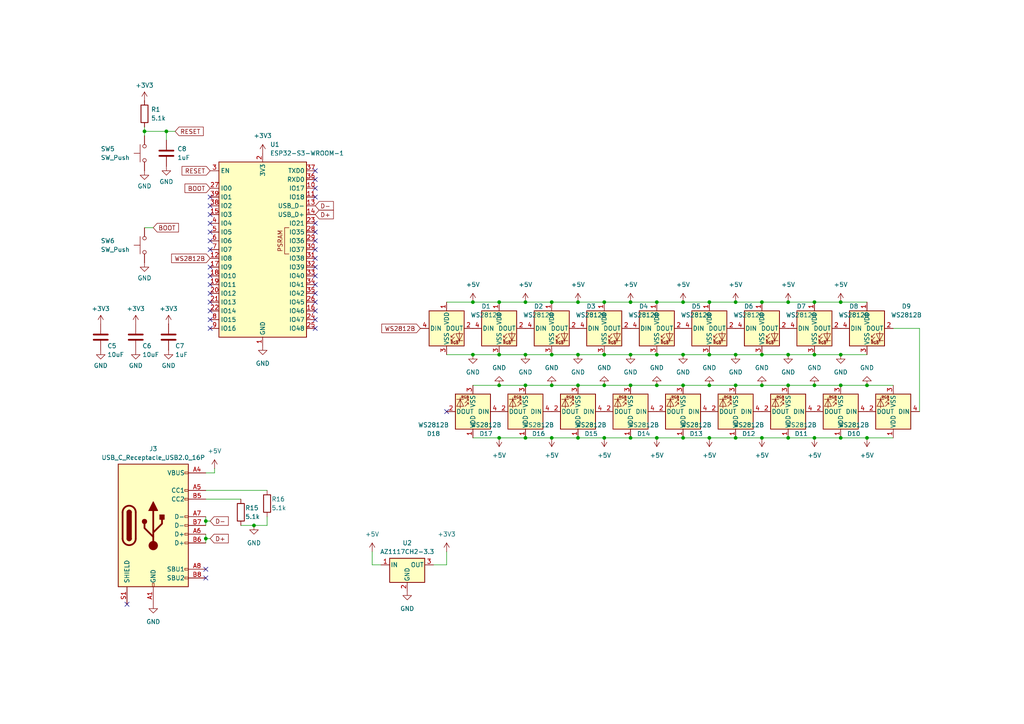
<source format=kicad_sch>
(kicad_sch (version 20250114) (generator "eeschema") (generator_version "9.0")
  (paper "A4")
  (lib_symbols
    (symbol "Connector:USB_C_Receptacle_USB2.0_16P" (pin_names (offset 1.016))
      (property "Reference" "J" (at 0 22.225 0))
      (property "Value" "USB_C_Receptacle_USB2.0_16P" (at 0 19.685 0))
      (symbol "USB_C_Receptacle_USB2.0_16P_0_0"
        (rectangle (start -0.254 -17.78) (end 0.254 -16.764))
        (rectangle (start 10.16 15.494) (end 9.144 14.986))
        (rectangle (start 10.16 10.414) (end 9.144 9.906))
        (rectangle (start 10.16 7.874) (end 9.144 7.366))
        (rectangle (start 10.16 2.794) (end 9.144 2.286))
        (rectangle (start 10.16 0.254) (end 9.144 -0.254))
        (rectangle (start 10.16 -2.286) (end 9.144 -2.794))
        (rectangle (start 10.16 -4.826) (end 9.144 -5.334))
        (rectangle (start 10.16 -12.446) (end 9.144 -12.954))
        (rectangle (start 10.16 -14.986) (end 9.144 -15.494))
      )
      (symbol "USB_C_Receptacle_USB2.0_16P_0_1"
        (rectangle (start -10.16 17.78) (end 10.16 -17.78) (stroke (width 0.254)) (fill (type background)))
        (polyline (pts (xy -8.89 -3.81) (xy -8.89 3.81)) (stroke (width 0.508)))
        (rectangle (start -7.62 -3.81) (end -6.35 3.81) (stroke (width 0.254)) (fill (type outline)))
        (arc (start -7.62 3.81) (mid -6.985 4.4423) (end -6.35 3.81) (stroke (width 0.254)))
        (arc (start -7.62 3.81) (mid -6.985 4.4423) (end -6.35 3.81) (stroke (width 0.254)) (fill (type outline)))
        (arc (start -8.89 3.81) (mid -6.985 5.7067) (end -5.08 3.81) (stroke (width 0.508)))
        (arc (start -5.08 -3.81) (mid -6.985 -5.7067) (end -8.89 -3.81) (stroke (width 0.508)))
        (arc (start -6.35 -3.81) (mid -6.985 -4.4423) (end -7.62 -3.81) (stroke (width 0.254)))
        (arc (start -6.35 -3.81) (mid -6.985 -4.4423) (end -7.62 -3.81) (stroke (width 0.254)) (fill (type outline)))
        (polyline (pts (xy -5.08 3.81) (xy -5.08 -3.81)) (stroke (width 0.508)))
        (circle (center -2.54 1.143) (radius 0.635) (stroke (width 0.254)) (fill (type outline)))
        (polyline (pts (xy -1.27 4.318) (xy 0 6.858) (xy 1.27 4.318) (xy -1.27 4.318)) (stroke (width 0.254)) (fill (type outline)))
        (polyline (pts (xy 0 -2.032) (xy 2.54 0.508) (xy 2.54 1.778)) (stroke (width 0.508)))
        (polyline (pts (xy 0 -3.302) (xy -2.54 -0.762) (xy -2.54 0.508)) (stroke (width 0.508)))
        (polyline (pts (xy 0 -5.842) (xy 0 4.318)) (stroke (width 0.508)))
        (circle (center 0 -5.842) (radius 1.27) (fill (type outline)))
        (rectangle (start 1.905 1.778) (end 3.175 3.048) (stroke (width 0.254)) (fill (type outline)))
      )
      (symbol "USB_C_Receptacle_USB2.0_16P_1_1"
        (pin passive line (at -7.62 -22.86 90) (length 5.08) (name "SHIELD") (number "S1"))
        (pin passive line (at 0 -22.86 90) (length 5.08) (name "GND") (number "A1"))
        (pin passive line (at 0 -22.86 90) (length 5.08) (hide yes) (name "GND") (number "A12"))
        (pin passive line (at 0 -22.86 90) (length 5.08) (hide yes) (name "GND") (number "B1"))
        (pin passive line (at 0 -22.86 90) (length 5.08) (hide yes) (name "GND") (number "B12"))
        (pin passive line (at 15.24 15.24 180) (length 5.08) (name "VBUS") (number "A4"))
        (pin passive line (at 15.24 15.24 180) (length 5.08) (hide yes) (name "VBUS") (number "A9"))
        (pin passive line (at 15.24 15.24 180) (length 5.08) (hide yes) (name "VBUS") (number "B4"))
        (pin passive line (at 15.24 15.24 180) (length 5.08) (hide yes) (name "VBUS") (number "B9"))
        (pin bidirectional line (at 15.24 10.16 180) (length 5.08) (name "CC1") (number "A5"))
        (pin bidirectional line (at 15.24 7.62 180) (length 5.08) (name "CC2") (number "B5"))
        (pin bidirectional line (at 15.24 2.54 180) (length 5.08) (name "D-") (number "A7"))
        (pin bidirectional line (at 15.24 0 180) (length 5.08) (name "D-") (number "B7"))
        (pin bidirectional line (at 15.24 -2.54 180) (length 5.08) (name "D+") (number "A6"))
        (pin bidirectional line (at 15.24 -5.08 180) (length 5.08) (name "D+") (number "B6"))
        (pin bidirectional line (at 15.24 -12.7 180) (length 5.08) (name "SBU1") (number "A8"))
        (pin bidirectional line (at 15.24 -15.24 180) (length 5.08) (name "SBU2") (number "B8"))
      )
    )
    (symbol "Device:C" (pin_numbers (hide yes)) (pin_names (offset 0.254))
      (property "Reference" "C" (at 0.635 2.54 0))
      (property "Value" "C" (at 0.635 -2.54 0))
      (symbol "C_0_1"
        (polyline (pts (xy -2.032 0.762) (xy 2.032 0.762)) (stroke (width 0.508)))
        (polyline (pts (xy -2.032 -0.762) (xy 2.032 -0.762)) (stroke (width 0.508)))
      )
      (symbol "C_1_1"
        (pin passive line (at 0 3.81 270) (length 2.794) (name "~") (number "1"))
        (pin passive line (at 0 -3.81 90) (length 2.794) (name "~") (number "2"))
      )
    )
    (symbol "Device:R" (pin_numbers (hide yes)) (pin_names (offset 0))
      (property "Reference" "R" (at 2.032 0 90))
      (property "Value" "R" (at 0 0 90))
      (symbol "R_0_1"
        (rectangle (start -1.016 -2.54) (end 1.016 2.54) (stroke (width 0.254)))
      )
      (symbol "R_1_1"
        (pin passive line (at 0 3.81 270) (length 1.27) (name "~") (number "1"))
        (pin passive line (at 0 -3.81 90) (length 1.27) (name "~") (number "2"))
      )
    )
    (symbol "GND_1" (power) (pin_numbers (hide yes)) (pin_names (offset 0) (hide yes))
      (property "Value" "GND" (at 0 -3.81 0))
      (symbol "GND_1_0_1"
        (polyline (pts (xy 0 0) (xy 0 -1.27) (xy 1.27 -1.27) (xy 0 -2.54) (xy -1.27 -1.27) (xy 0 -1.27)))
      )
      (symbol "GND_1_1_1"
        (pin power_in line (at 0 0 270) (length 0) (name "~") (number "1"))
      )
    )
    (symbol "GND_4" (power) (pin_numbers (hide yes)) (pin_names (offset 0) (hide yes))
      (property "Value" "GND" (at 0 -3.81 0))
      (symbol "GND_4_0_1"
        (polyline (pts (xy 0 0) (xy 0 -1.27) (xy 1.27 -1.27) (xy 0 -2.54) (xy -1.27 -1.27) (xy 0 -1.27)))
      )
      (symbol "GND_4_1_1"
        (pin power_in line (at 0 0 270) (length 0) (name "~") (number "1"))
      )
    )
    (symbol "GND_6" (power) (pin_numbers (hide yes)) (pin_names (offset 0) (hide yes))
      (property "Value" "GND" (at 0 -3.81 0))
      (symbol "GND_6_0_1"
        (polyline (pts (xy 0 0) (xy 0 -1.27) (xy 1.27 -1.27) (xy 0 -2.54) (xy -1.27 -1.27) (xy 0 -1.27)))
      )
      (symbol "GND_6_1_1"
        (pin power_in line (at 0 0 270) (length 0) (name "~") (number "1"))
      )
    )
    (symbol "LED:WS2812B" (pin_names (offset 0.254))
      (property "Reference" "D" (at 5.08 5.715 0))
      (property "Value" "WS2812B" (at 1.27 -5.715 0))
      (symbol "WS2812B_0_0"
        (text "RGB" (at 2.286 -4.191 0) (effects (font (size 0.762 0.762))))
      )
      (symbol "WS2812B_0_1"
        (polyline (pts (xy 1.27 -2.54) (xy 1.778 -2.54)))
        (polyline (pts (xy 1.27 -3.556) (xy 1.778 -3.556)))
        (polyline (pts (xy 2.286 -1.524) (xy 1.27 -2.54) (xy 1.27 -2.032)))
        (polyline (pts (xy 2.286 -2.54) (xy 1.27 -3.556) (xy 1.27 -3.048)))
        (polyline (pts (xy 3.683 -1.016) (xy 3.683 -3.556) (xy 3.683 -4.064)))
        (polyline (pts (xy 4.699 -1.524) (xy 2.667 -1.524) (xy 3.683 -3.556) (xy 4.699 -1.524)))
        (polyline (pts (xy 4.699 -3.556) (xy 2.667 -3.556)))
        (rectangle (start 5.08 5.08) (end -5.08 -5.08) (stroke (width 0.254)) (fill (type background)))
      )
      (symbol "WS2812B_1_1"
        (pin input line (at -7.62 0 0) (length 2.54) (name "DIN") (number "4"))
        (pin power_in line (at 0 7.62 270) (length 2.54) (name "VDD") (number "1"))
        (pin power_in line (at 0 -7.62 90) (length 2.54) (name "VSS") (number "3"))
        (pin output line (at 7.62 0 180) (length 2.54) (name "DOUT") (number "2"))
      )
    )
    (symbol "RF_Module:ESP32-S3-WROOM-1"
      (property "Reference" "U" (at -12.7 26.67 0))
      (property "Value" "ESP32-S3-WROOM-1" (at 12.7 26.67 0))
      (symbol "ESP32-S3-WROOM-1_0_0"
        (rectangle (start -12.7 25.4) (end 12.7 -25.4) (stroke (width 0.254)) (fill (type background)))
        (text "PSRAM" (at 5.08 2.54 900) (effects (font (size 1.27 1.27))))
      )
      (symbol "ESP32-S3-WROOM-1_0_1"
        (polyline (pts (xy 7.62 -1.27) (xy 6.35 -1.27) (xy 6.35 6.35) (xy 7.62 6.35)))
      )
      (symbol "ESP32-S3-WROOM-1_1_1"
        (pin input line (at -15.24 22.86 0) (length 2.54) (name "EN") (number "3"))
        (pin bidirectional line (at -15.24 17.78 0) (length 2.54) (name "IO0") (number "27"))
        (pin bidirectional line (at -15.24 15.24 0) (length 2.54) (name "IO1") (number "39"))
        (pin bidirectional line (at -15.24 12.7 0) (length 2.54) (name "IO2") (number "38"))
        (pin bidirectional line (at -15.24 10.16 0) (length 2.54) (name "IO3") (number "15"))
        (pin bidirectional line (at -15.24 7.62 0) (length 2.54) (name "IO4") (number "4"))
        (pin bidirectional line (at -15.24 5.08 0) (length 2.54) (name "IO5") (number "5"))
        (pin bidirectional line (at -15.24 2.54 0) (length 2.54) (name "IO6") (number "6"))
        (pin bidirectional line (at -15.24 0 0) (length 2.54) (name "IO7") (number "7"))
        (pin bidirectional line (at -15.24 -2.54 0) (length 2.54) (name "IO8") (number "12"))
        (pin bidirectional line (at -15.24 -5.08 0) (length 2.54) (name "IO9") (number "17"))
        (pin bidirectional line (at -15.24 -7.62 0) (length 2.54) (name "IO10") (number "18"))
        (pin bidirectional line (at -15.24 -10.16 0) (length 2.54) (name "IO11") (number "19"))
        (pin bidirectional line (at -15.24 -12.7 0) (length 2.54) (name "IO12") (number "20"))
        (pin bidirectional line (at -15.24 -15.24 0) (length 2.54) (name "IO13") (number "21"))
        (pin bidirectional line (at -15.24 -17.78 0) (length 2.54) (name "IO14") (number "22"))
        (pin bidirectional line (at -15.24 -20.32 0) (length 2.54) (name "IO15") (number "8"))
        (pin bidirectional line (at -15.24 -22.86 0) (length 2.54) (name "IO16") (number "9"))
        (pin power_in line (at 0 27.94 270) (length 2.54) (name "3V3") (number "2"))
        (pin power_in line (at 0 -27.94 90) (length 2.54) (name "GND") (number "1"))
        (pin passive line (at 0 -27.94 90) (length 2.54) (hide yes) (name "GND") (number "40"))
        (pin passive line (at 0 -27.94 90) (length 2.54) (hide yes) (name "GND") (number "41"))
        (pin bidirectional line (at 15.24 22.86 180) (length 2.54) (name "TXD0") (number "37"))
        (pin bidirectional line (at 15.24 20.32 180) (length 2.54) (name "RXD0") (number "36"))
        (pin bidirectional line (at 15.24 17.78 180) (length 2.54) (name "IO17") (number "10"))
        (pin bidirectional line (at 15.24 15.24 180) (length 2.54) (name "IO18") (number "11"))
        (pin bidirectional line (at 15.24 12.7 180) (length 2.54) (name "USB_D-") (number "13"))
        (pin bidirectional line (at 15.24 10.16 180) (length 2.54) (name "USB_D+") (number "14"))
        (pin bidirectional line (at 15.24 7.62 180) (length 2.54) (name "IO21") (number "23"))
        (pin bidirectional line (at 15.24 5.08 180) (length 2.54) (name "IO35") (number "28"))
        (pin bidirectional line (at 15.24 2.54 180) (length 2.54) (name "IO36") (number "29"))
        (pin bidirectional line (at 15.24 0 180) (length 2.54) (name "IO37") (number "30"))
        (pin bidirectional line (at 15.24 -2.54 180) (length 2.54) (name "IO38") (number "31"))
        (pin bidirectional line (at 15.24 -5.08 180) (length 2.54) (name "IO39") (number "32"))
        (pin bidirectional line (at 15.24 -7.62 180) (length 2.54) (name "IO40") (number "33"))
        (pin bidirectional line (at 15.24 -10.16 180) (length 2.54) (name "IO41") (number "34"))
        (pin bidirectional line (at 15.24 -12.7 180) (length 2.54) (name "IO42") (number "35"))
        (pin bidirectional line (at 15.24 -15.24 180) (length 2.54) (name "IO45") (number "26"))
        (pin bidirectional line (at 15.24 -17.78 180) (length 2.54) (name "IO46") (number "16"))
        (pin bidirectional line (at 15.24 -20.32 180) (length 2.54) (name "IO47") (number "24"))
        (pin bidirectional line (at 15.24 -22.86 180) (length 2.54) (name "IO48") (number "25"))
      )
    )
    (symbol "Regulator_Linear:AZ1117CH2-3.3" (pin_names (offset 0.254))
      (property "Reference" "U" (at -3.81 3.556 0))
      (property "Value" "AZ1117CH2-3.3" (at 0 3.556 0))
      (symbol "AZ1117CH2-3.3_0_1"
        (rectangle (start -5.08 1.905) (end 5.08 -5.08) (stroke (width 0.254)) (fill (type background)))
      )
      (symbol "AZ1117CH2-3.3_1_1"
        (pin power_in line (at -7.62 0 0) (length 2.54) (name "IN") (number "1"))
        (pin power_in line (at 0 -7.62 90) (length 2.54) (name "GND") (number "2"))
        (pin power_out line (at 7.62 0 180) (length 2.54) (name "OUT") (number "3"))
      )
    )
    (symbol "Switch:SW_Push" (pin_numbers (hide yes)) (pin_names (offset 1.016) (hide yes))
      (property "Reference" "SW" (at 1.27 2.54 0))
      (property "Value" "SW_Push" (at 0 -1.524 0))
      (symbol "SW_Push_0_1"
        (circle (center -2.032 0) (radius 0.508))
        (polyline (pts (xy 0 1.27) (xy 0 3.048)))
        (circle (center 2.032 0) (radius 0.508))
        (polyline (pts (xy 2.54 1.27) (xy -2.54 1.27)))
        (pin passive line (at -5.08 0 0) (length 2.54) (name "1") (number "1"))
        (pin passive line (at 5.08 0 180) (length 2.54) (name "2") (number "2"))
      )
    )
    (symbol "power:+3V3" (power) (pin_numbers (hide yes)) (pin_names (offset 0) (hide yes))
      (property "Value" "+3V3" (at 0 3.556 0))
      (symbol "+3V3_0_1"
        (polyline (pts (xy -0.762 1.27) (xy 0 2.54)))
        (polyline (pts (xy 0 2.54) (xy 0.762 1.27)))
        (polyline (pts (xy 0 0) (xy 0 2.54)))
      )
      (symbol "+3V3_1_1"
        (pin power_in line (at 0 0 90) (length 0) (name "~") (number "1"))
      )
    )
    (symbol "power:+5V" (power) (pin_numbers (hide yes)) (pin_names (offset 0) (hide yes))
      (property "Value" "+5V" (at 0 3.556 0))
      (symbol "+5V_0_1"
        (polyline (pts (xy -0.762 1.27) (xy 0 2.54)))
        (polyline (pts (xy 0 2.54) (xy 0.762 1.27)))
        (polyline (pts (xy 0 0) (xy 0 2.54)))
      )
      (symbol "+5V_1_1"
        (pin power_in line (at 0 0 90) (length 0) (name "~") (number "1"))
      )
    )
    (symbol "power:GND" (power) (pin_names (offset 0))
      (property "Value" "GND" (at 0 -3.81 0))
      (symbol "GND_0_1"
        (polyline (pts (xy 0 0) (xy 0 -1.27) (xy 1.27 -1.27) (xy 0 -2.54) (xy -1.27 -1.27) (xy 0 -1.27)))
      )
      (symbol "GND_1_1"
        (pin power_in line (at 0 0 270) (length 0) (hide yes) (name "GND") (number "1"))
      )
    )
  )
  (junction (at 167.64 102.87))
  (junction (at 59.69 156.21))
  (junction (at 236.22 87.63))
  (junction (at 182.88 102.87))
  (junction (at 48.26 38.1))
  (junction (at 220.98 87.63))
  (junction (at 190.5 87.63))
  (junction (at 220.98 102.87))
  (junction (at 228.6 111.76))
  (junction (at 228.6 102.87))
  (junction (at 152.4 102.87))
  (junction (at 205.74 102.87))
  (junction (at 198.12 102.87))
  (junction (at 167.64 87.63))
  (junction (at 228.6 127))
  (junction (at 152.4 127))
  (junction (at 251.46 127))
  (junction (at 175.26 111.76))
  (junction (at 73.66 152.4))
  (junction (at 144.78 111.76))
  (junction (at 213.36 87.63))
  (junction (at 213.36 127))
  (junction (at 213.36 111.76))
  (junction (at 190.5 111.76))
  (junction (at 144.78 102.87))
  (junction (at 167.64 127))
  (junction (at 220.98 127))
  (junction (at 182.88 127))
  (junction (at 137.16 102.87))
  (junction (at 190.5 102.87))
  (junction (at 205.74 87.63))
  (junction (at 243.84 102.87))
  (junction (at 251.46 111.76))
  (junction (at 175.26 87.63))
  (junction (at 228.6 87.63))
  (junction (at 198.12 111.76))
  (junction (at 182.88 87.63))
  (junction (at 144.78 87.63))
  (junction (at 41.91 38.1))
  (junction (at 220.98 111.76))
  (junction (at 175.26 102.87))
  (junction (at 236.22 102.87))
  (junction (at 213.36 102.87))
  (junction (at 137.16 87.63))
  (junction (at 144.78 127))
  (junction (at 175.26 127))
  (junction (at 205.74 127))
  (junction (at 236.22 111.76))
  (junction (at 243.84 87.63))
  (junction (at 236.22 127))
  (junction (at 160.02 127))
  (junction (at 152.4 111.76))
  (junction (at 190.5 127))
  (junction (at 59.69 151.13))
  (junction (at 243.84 111.76))
  (junction (at 198.12 127))
  (junction (at 160.02 87.63))
  (junction (at 182.88 111.76))
  (junction (at 160.02 102.87))
  (junction (at 167.64 111.76))
  (junction (at 243.84 127))
  (junction (at 152.4 87.63))
  (junction (at 160.02 111.76))
  (junction (at 205.74 111.76))
  (junction (at 198.12 87.63))
  (no_connect (at 60.96 82.55))
  (no_connect (at 60.96 85.09))
  (no_connect (at 91.44 92.71))
  (no_connect (at 60.96 59.69))
  (no_connect (at 60.96 90.17))
  (no_connect (at 60.96 69.85))
  (no_connect (at 60.96 64.77))
  (no_connect (at 91.44 69.85))
  (no_connect (at 60.96 67.31))
  (no_connect (at 36.83 175.26))
  (no_connect (at 60.96 77.47))
  (no_connect (at 91.44 49.53))
  (no_connect (at 91.44 85.09))
  (no_connect (at 129.54 119.38))
  (no_connect (at 91.44 67.31))
  (no_connect (at 60.96 80.01))
  (no_connect (at 91.44 54.61))
  (no_connect (at 60.96 72.39))
  (no_connect (at 91.44 77.47))
  (no_connect (at 60.96 95.25))
  (no_connect (at 91.44 95.25))
  (no_connect (at 91.44 64.77))
  (no_connect (at 60.96 62.23))
  (no_connect (at 91.44 72.39))
  (no_connect (at 60.96 92.71))
  (no_connect (at 91.44 87.63))
  (no_connect (at 91.44 80.01))
  (no_connect (at 91.44 52.07))
  (no_connect (at 91.44 90.17))
  (no_connect (at 60.96 87.63))
  (no_connect (at 91.44 74.93))
  (no_connect (at 60.96 57.15))
  (no_connect (at 59.69 167.64))
  (no_connect (at 59.69 165.1))
  (no_connect (at 91.44 57.15))
  (no_connect (at 91.44 82.55))
  (wire (pts (xy 243.84 87.63) (xy 251.46 87.63)))
  (wire (pts (xy 190.5 102.87) (xy 198.12 102.87)))
  (wire (pts (xy 59.69 142.24) (xy 77.47 142.24)))
  (wire (pts (xy 213.36 127) (xy 205.74 127)))
  (wire (pts (xy 152.4 127) (xy 144.78 127)))
  (wire (pts (xy 129.54 102.87) (xy 137.16 102.87)))
  (wire (pts (xy 198.12 111.76) (xy 190.5 111.76)))
  (wire (pts (xy 144.78 127) (xy 137.16 127)))
  (wire (pts (xy 59.69 151.13) (xy 60.96 151.13)))
  (wire (pts (xy 190.5 111.76) (xy 182.88 111.76)))
  (wire (pts (xy 73.66 152.4) (xy 69.85 152.4)))
  (wire (pts (xy 259.08 111.76) (xy 251.46 111.76)))
  (wire (pts (xy 160.02 111.76) (xy 152.4 111.76)))
  (wire (pts (xy 205.74 127) (xy 198.12 127)))
  (wire (pts (xy 175.26 102.87) (xy 182.88 102.87)))
  (wire (pts (xy 220.98 111.76) (xy 213.36 111.76)))
  (wire (pts (xy 125.73 163.83) (xy 129.54 163.83)))
  (wire (pts (xy 59.69 149.86) (xy 59.69 151.13)))
  (wire (pts (xy 137.16 102.87) (xy 144.78 102.87)))
  (wire (pts (xy 228.6 102.87) (xy 236.22 102.87)))
  (wire (pts (xy 198.12 102.87) (xy 205.74 102.87)))
  (wire (pts (xy 251.46 127) (xy 243.84 127)))
  (wire (pts (xy 152.4 111.76) (xy 144.78 111.76)))
  (wire (pts (xy 228.6 87.63) (xy 236.22 87.63)))
  (wire (pts (xy 129.54 87.63) (xy 137.16 87.63)))
  (wire (pts (xy 190.5 87.63) (xy 198.12 87.63)))
  (wire (pts (xy 213.36 111.76) (xy 205.74 111.76)))
  (wire (pts (xy 243.84 111.76) (xy 236.22 111.76)))
  (wire (pts (xy 48.26 38.1) (xy 48.26 40.64)))
  (wire (pts (xy 182.88 102.87) (xy 190.5 102.87)))
  (wire (pts (xy 205.74 111.76) (xy 198.12 111.76)))
  (wire (pts (xy 144.78 102.87) (xy 152.4 102.87)))
  (wire (pts (xy 41.91 38.1) (xy 48.26 38.1)))
  (wire (pts (xy 144.78 111.76) (xy 137.16 111.76)))
  (wire (pts (xy 59.69 137.16) (xy 62.23 137.16)))
  (wire (pts (xy 48.26 38.1) (xy 50.8 38.1)))
  (wire (pts (xy 205.74 87.63) (xy 213.36 87.63)))
  (wire (pts (xy 228.6 111.76) (xy 220.98 111.76)))
  (wire (pts (xy 220.98 127) (xy 213.36 127)))
  (wire (pts (xy 167.64 87.63) (xy 175.26 87.63)))
  (wire (pts (xy 167.64 102.87) (xy 175.26 102.87)))
  (wire (pts (xy 107.95 160.02) (xy 107.95 163.83)))
  (wire (pts (xy 77.47 149.86) (xy 77.47 152.4)))
  (wire (pts (xy 59.69 154.94) (xy 59.69 156.21)))
  (wire (pts (xy 152.4 87.63) (xy 160.02 87.63)))
  (wire (pts (xy 198.12 127) (xy 190.5 127)))
  (wire (pts (xy 266.7 119.38) (xy 266.7 95.25)))
  (wire (pts (xy 266.7 95.25) (xy 259.08 95.25)))
  (wire (pts (xy 129.54 160.02) (xy 129.54 163.83)))
  (wire (pts (xy 236.22 102.87) (xy 243.84 102.87)))
  (wire (pts (xy 198.12 87.63) (xy 205.74 87.63)))
  (wire (pts (xy 243.84 102.87) (xy 251.46 102.87)))
  (wire (pts (xy 107.95 163.83) (xy 110.49 163.83)))
  (wire (pts (xy 220.98 87.63) (xy 228.6 87.63)))
  (wire (pts (xy 41.91 66.04) (xy 44.45 66.04)))
  (wire (pts (xy 59.69 156.21) (xy 60.96 156.21)))
  (wire (pts (xy 41.91 39.37) (xy 41.91 38.1)))
  (wire (pts (xy 59.69 156.21) (xy 59.69 157.48)))
  (wire (pts (xy 259.08 127) (xy 251.46 127)))
  (wire (pts (xy 160.02 102.87) (xy 167.64 102.87)))
  (wire (pts (xy 175.26 87.63) (xy 182.88 87.63)))
  (wire (pts (xy 236.22 127) (xy 228.6 127)))
  (wire (pts (xy 41.91 36.83) (xy 41.91 38.1)))
  (wire (pts (xy 59.69 151.13) (xy 59.69 152.4)))
  (wire (pts (xy 251.46 111.76) (xy 243.84 111.76)))
  (wire (pts (xy 175.26 111.76) (xy 167.64 111.76)))
  (wire (pts (xy 77.47 152.4) (xy 73.66 152.4)))
  (wire (pts (xy 205.74 102.87) (xy 213.36 102.87)))
  (wire (pts (xy 167.64 111.76) (xy 160.02 111.76)))
  (wire (pts (xy 59.69 144.78) (xy 69.85 144.78)))
  (wire (pts (xy 160.02 127) (xy 152.4 127)))
  (wire (pts (xy 160.02 87.63) (xy 167.64 87.63)))
  (wire (pts (xy 167.64 127) (xy 160.02 127)))
  (wire (pts (xy 228.6 127) (xy 220.98 127)))
  (wire (pts (xy 213.36 87.63) (xy 220.98 87.63)))
  (wire (pts (xy 152.4 102.87) (xy 160.02 102.87)))
  (wire (pts (xy 182.88 127) (xy 175.26 127)))
  (wire (pts (xy 182.88 87.63) (xy 190.5 87.63)))
  (wire (pts (xy 137.16 87.63) (xy 144.78 87.63)))
  (wire (pts (xy 220.98 102.87) (xy 228.6 102.87)))
  (wire (pts (xy 190.5 127) (xy 182.88 127)))
  (wire (pts (xy 62.23 137.16) (xy 62.23 135.89)))
  (wire (pts (xy 144.78 87.63) (xy 152.4 87.63)))
  (wire (pts (xy 182.88 111.76) (xy 175.26 111.76)))
  (wire (pts (xy 243.84 127) (xy 236.22 127)))
  (wire (pts (xy 175.26 127) (xy 167.64 127)))
  (wire (pts (xy 213.36 102.87) (xy 220.98 102.87)))
  (wire (pts (xy 236.22 87.63) (xy 243.84 87.63)))
  (wire (pts (xy 236.22 111.76) (xy 228.6 111.76)))
  (global_label "D-" (shape input) (at 60.96 151.13 0) (property "Intersheetrefs" "${INTERSHEET_REFS}" (effects (hide yes))))
  (global_label "WS2812B" (shape input) (at 121.92 95.25 180) (property "Intersheetrefs" "${INTERSHEET_REFS}" (effects (hide yes))))
  (global_label "WS2812B" (shape input) (at 60.96 74.93 180) (property "Intersheetrefs" "${INTERSHEET_REFS}" (effects (hide yes))))
  (global_label "RESET" (shape input) (at 50.8 38.1 0) (property "Intersheetrefs" "${INTERSHEET_REFS}" (effects (hide yes))))
  (global_label "BOOT" (shape input) (at 44.45 66.04 0) (property "Intersheetrefs" "${INTERSHEET_REFS}" (effects (hide yes))))
  (global_label "BOOT" (shape input) (at 60.96 54.61 180) (property "Intersheetrefs" "${INTERSHEET_REFS}" (effects (hide yes))))
  (global_label "D+" (shape input) (at 91.44 62.23 0) (property "Intersheetrefs" "${INTERSHEET_REFS}" (effects (hide yes))))
  (global_label "D+" (shape input) (at 60.96 156.21 0) (property "Intersheetrefs" "${INTERSHEET_REFS}" (effects (hide yes))))
  (global_label "D-" (shape input) (at 91.44 59.69 0) (property "Intersheetrefs" "${INTERSHEET_REFS}" (effects (hide yes))))
  (global_label "RESET" (shape input) (at 60.96 49.53 180) (property "Intersheetrefs" "${INTERSHEET_REFS}" (effects (hide yes))))
  (symbol (lib_id "LED:WS2812B") (at 259.08 119.38 180) (unit 1)
    (property "Reference" "D10" (at 247.65 125.8002 0))
    (property "Value" "WS2812B" (at 247.65 123.2602 0))
    (property "Footprint" "LED_SMD:LED_WS2812B_PLCC4_5.0x5.0mm_P3.2mm" (effects (hide yes)))
    (property "Datasheet" "https://cdn-shop.adafruit.com/datasheets/WS2812B.pdf" (effects (hide yes)))
    (property "Description" "RGB LED with integrated controller" (effects (hide yes)))
  )
  (symbol (lib_id "LED:WS2812B") (at 137.16 119.38 180) (unit 1)
    (property "Reference" "D18" (at 125.73 125.8002 0))
    (property "Value" "WS2812B" (at 125.73 123.2602 0))
    (property "Footprint" "LED_SMD:LED_WS2812B_PLCC4_5.0x5.0mm_P3.2mm" (effects (hide yes)))
    (property "Datasheet" "https://cdn-shop.adafruit.com/datasheets/WS2812B.pdf" (effects (hide yes)))
    (property "Description" "RGB LED with integrated controller" (effects (hide yes)))
  )
  (symbol (lib_id "Device:C") (at 29.21 97.79 0) (unit 1)
    (property "Reference" "C5" (at 31.115 100.33 0) (effects (justify left)))
    (property "Value" "10uF" (at 31.115 102.87 0) (effects (justify left)))
    (property "Footprint" "Capacitor_SMD:C_0805_2012Metric" (effects (hide yes)))
  )
  (symbol (lib_id "LED:WS2812B") (at 152.4 119.38 180) (unit 1)
    (property "Reference" "D17" (at 140.97 125.8002 0))
    (property "Value" "WS2812B" (at 140.97 123.2602 0))
    (property "Footprint" "LED_SMD:LED_WS2812B_PLCC4_5.0x5.0mm_P3.2mm" (effects (hide yes)))
    (property "Datasheet" "https://cdn-shop.adafruit.com/datasheets/WS2812B.pdf" (effects (hide yes)))
    (property "Description" "RGB LED with integrated controller" (effects (hide yes)))
  )
  (symbol (lib_id "power:+5V") (at 167.64 87.63 0) (unit 1)
    (property "Reference" "#PWR017" (effects (hide yes)))
    (property "Value" "+5V" (at 167.64 82.55 0))
    (property "Description" "Power symbol creates a global label with name \"+5V\"" (effects (hide yes)))
  )
  (symbol (lib_id "LED:WS2812B") (at 160.02 95.25 0) (unit 1)
    (property "Reference" "D3" (at 171.45 88.8298 0))
    (property "Value" "WS2812B" (at 171.45 91.3698 0))
    (property "Footprint" "LED_SMD:LED_WS2812B_PLCC4_5.0x5.0mm_P3.2mm" (effects (hide yes)))
    (property "Datasheet" "https://cdn-shop.adafruit.com/datasheets/WS2812B.pdf" (effects (hide yes)))
    (property "Description" "RGB LED with integrated controller" (effects (hide yes)))
  )
  (symbol (lib_id "power:+5V") (at 107.95 160.02 0) (unit 1)
    (property "Reference" "#PWR03" (effects (hide yes)))
    (property "Value" "+5V" (at 107.95 154.94 0))
    (property "Description" "Power symbol creates a global label with name \"+5V\"" (effects (hide yes)))
  )
  (symbol (lib_name "GND_1") (lib_id "power:GND") (at 182.88 102.87 0) (unit 1)
    (property "Reference" "#PWR028" (effects (hide yes)))
    (property "Value" "GND" (at 182.88 107.95 0))
    (property "Description" "Power symbol creates a global label with name \"GND\" , ground" (effects (hide yes)))
  )
  (symbol (lib_id "LED:WS2812B") (at 175.26 95.25 0) (unit 1)
    (property "Reference" "D4" (at 186.69 88.8298 0))
    (property "Value" "WS2812B" (at 186.69 91.3698 0))
    (property "Footprint" "LED_SMD:LED_WS2812B_PLCC4_5.0x5.0mm_P3.2mm" (effects (hide yes)))
    (property "Datasheet" "https://cdn-shop.adafruit.com/datasheets/WS2812B.pdf" (effects (hide yes)))
    (property "Description" "RGB LED with integrated controller" (effects (hide yes)))
  )
  (symbol (lib_id "power:+5V") (at 228.6 87.63 0) (unit 1)
    (property "Reference" "#PWR033" (effects (hide yes)))
    (property "Value" "+5V" (at 228.6 82.55 0))
    (property "Description" "Power symbol creates a global label with name \"+5V\"" (effects (hide yes)))
  )
  (symbol (lib_id "LED:WS2812B") (at 220.98 95.25 0) (unit 1)
    (property "Reference" "D7" (at 232.41 88.8298 0))
    (property "Value" "WS2812B" (at 232.41 91.3698 0))
    (property "Footprint" "LED_SMD:LED_WS2812B_PLCC4_5.0x5.0mm_P3.2mm" (effects (hide yes)))
    (property "Datasheet" "https://cdn-shop.adafruit.com/datasheets/WS2812B.pdf" (effects (hide yes)))
    (property "Description" "RGB LED with integrated controller" (effects (hide yes)))
  )
  (symbol (lib_id "power:+5V") (at 243.84 87.63 0) (unit 1)
    (property "Reference" "#PWR035" (effects (hide yes)))
    (property "Value" "+5V" (at 243.84 82.55 0))
    (property "Description" "Power symbol creates a global label with name \"+5V\"" (effects (hide yes)))
  )
  (symbol (lib_id "Device:R") (at 41.91 33.02 0) (unit 1)
    (property "Reference" "R1" (at 43.815 31.75 0) (effects (justify left)))
    (property "Value" "5.1k" (at 43.815 34.29 0) (effects (justify left)))
    (property "Footprint" "Resistor_SMD:R_0805_2012Metric" (effects (hide yes)))
  )
  (symbol (lib_name "GND_1") (lib_id "power:GND") (at 152.4 102.87 0) (unit 1)
    (property "Reference" "#PWR014" (effects (hide yes)))
    (property "Value" "GND" (at 152.4 107.95 0))
    (property "Description" "Power symbol creates a global label with name \"GND\" , ground" (effects (hide yes)))
  )
  (symbol (lib_id "power:+5V") (at 190.5 127 180) (unit 1)
    (property "Reference" "#PWR045" (effects (hide yes)))
    (property "Value" "+5V" (at 190.5 132.08 0))
    (property "Description" "Power symbol creates a global label with name \"+5V\"" (effects (hide yes)))
  )
  (symbol (lib_id "power:+5V") (at 137.16 87.63 0) (unit 1)
    (property "Reference" "#PWR06" (effects (hide yes)))
    (property "Value" "+5V" (at 137.16 82.55 0))
    (property "Description" "Power symbol creates a global label with name \"+5V\"" (effects (hide yes)))
  )
  (symbol (lib_id "power:+5V") (at 144.78 127 180) (unit 1)
    (property "Reference" "#PWR051" (effects (hide yes)))
    (property "Value" "+5V" (at 144.78 132.08 0))
    (property "Description" "Power symbol creates a global label with name \"+5V\"" (effects (hide yes)))
  )
  (symbol (lib_name "GND_1") (lib_id "power:GND") (at 118.11 171.45 0) (unit 1)
    (property "Reference" "#PWR02" (effects (hide yes)))
    (property "Value" "GND" (at 118.11 176.53 0))
    (property "Description" "Power symbol creates a global label with name \"GND\" , ground" (effects (hide yes)))
  )
  (symbol (lib_name "GND_1") (lib_id "power:GND") (at 236.22 111.76 180) (unit 1)
    (property "Reference" "#PWR040" (effects (hide yes)))
    (property "Value" "GND" (at 236.22 106.68 0))
    (property "Description" "Power symbol creates a global label with name \"GND\" , ground" (effects (hide yes)))
  )
  (symbol (lib_id "power:+5V") (at 152.4 87.63 0) (unit 1)
    (property "Reference" "#PWR08" (effects (hide yes)))
    (property "Value" "+5V" (at 152.4 82.55 0))
    (property "Description" "Power symbol creates a global label with name \"+5V\"" (effects (hide yes)))
  )
  (symbol (lib_id "Connector:USB_C_Receptacle_USB2.0_16P") (at 44.45 152.4 0) (unit 1)
    (property "Reference" "J3" (at 44.45 130.175 0))
    (property "Value" "USB_C_Receptacle_USB2.0_16P" (at 44.45 132.715 0))
    (property "Footprint" "Connector_USB:USB_C_Receptacle_GCT_USB4085" (effects (hide yes)))
    (property "Datasheet" "https://www.usb.org/sites/default/files/documents/usb_type-c.zip" (effects (hide yes)))
  )
  (symbol (lib_name "GND_1") (lib_id "power:GND") (at 251.46 111.76 180) (unit 1)
    (property "Reference" "#PWR038" (effects (hide yes)))
    (property "Value" "GND" (at 251.46 106.68 0))
    (property "Description" "Power symbol creates a global label with name \"GND\" , ground" (effects (hide yes)))
  )
  (symbol (lib_id "LED:WS2812B") (at 236.22 95.25 0) (unit 1)
    (property "Reference" "D8" (at 247.65 88.8298 0))
    (property "Value" "WS2812B" (at 247.65 91.3698 0))
    (property "Footprint" "LED_SMD:LED_WS2812B_PLCC4_5.0x5.0mm_P3.2mm" (effects (hide yes)))
    (property "Datasheet" "https://cdn-shop.adafruit.com/datasheets/WS2812B.pdf" (effects (hide yes)))
    (property "Description" "RGB LED with integrated controller" (effects (hide yes)))
  )
  (symbol (lib_name "GND_1") (lib_id "power:GND") (at 175.26 111.76 180) (unit 1)
    (property "Reference" "#PWR048" (effects (hide yes)))
    (property "Value" "GND" (at 175.26 106.68 0))
    (property "Description" "Power symbol creates a global label with name \"GND\" , ground" (effects (hide yes)))
  )
  (symbol (lib_id "power:GND") (at 41.91 76.2 0) (unit 1)
    (property "Reference" "#PWR024" (effects (hide yes)))
    (property "Value" "GND" (at 41.91 80.645 0))
  )
  (symbol (lib_id "power:GND") (at 39.37 101.6 0) (unit 1)
    (property "Reference" "#PWR021" (effects (hide yes)))
    (property "Value" "GND" (at 39.37 106.045 0))
  )
  (symbol (lib_id "power:+3V3") (at 29.21 93.98 0) (unit 1)
    (property "Reference" "#PWR018" (effects (hide yes)))
    (property "Value" "+3V3" (at 29.21 89.535 0))
  )
  (symbol (lib_id "LED:WS2812B") (at 251.46 95.25 0) (unit 1)
    (property "Reference" "D9" (at 262.89 88.8298 0))
    (property "Value" "WS2812B" (at 262.89 91.3698 0))
    (property "Footprint" "LED_SMD:LED_WS2812B_PLCC4_5.0x5.0mm_P3.2mm" (effects (hide yes)))
    (property "Datasheet" "https://cdn-shop.adafruit.com/datasheets/WS2812B.pdf" (effects (hide yes)))
    (property "Description" "RGB LED with integrated controller" (effects (hide yes)))
  )
  (symbol (lib_id "power:+5V") (at 205.74 127 180) (unit 1)
    (property "Reference" "#PWR043" (effects (hide yes)))
    (property "Value" "+5V" (at 205.74 132.08 0))
    (property "Description" "Power symbol creates a global label with name \"+5V\"" (effects (hide yes)))
  )
  (symbol (lib_id "power:GND") (at 29.21 101.6 0) (unit 1)
    (property "Reference" "#PWR019" (effects (hide yes)))
    (property "Value" "GND" (at 29.21 106.045 0))
  )
  (symbol (lib_id "power:+5V") (at 175.26 127 180) (unit 1)
    (property "Reference" "#PWR047" (effects (hide yes)))
    (property "Value" "+5V" (at 175.26 132.08 0))
    (property "Description" "Power symbol creates a global label with name \"+5V\"" (effects (hide yes)))
  )
  (symbol (lib_name "GND_1") (lib_id "power:GND") (at 243.84 102.87 0) (unit 1)
    (property "Reference" "#PWR036" (effects (hide yes)))
    (property "Value" "GND" (at 243.84 107.95 0))
    (property "Description" "Power symbol creates a global label with name \"GND\" , ground" (effects (hide yes)))
  )
  (symbol (lib_id "power:+5V") (at 236.22 127 180) (unit 1)
    (property "Reference" "#PWR039" (effects (hide yes)))
    (property "Value" "+5V" (at 236.22 132.08 0))
    (property "Description" "Power symbol creates a global label with name \"+5V\"" (effects (hide yes)))
  )
  (symbol (lib_id "LED:WS2812B") (at 205.74 95.25 0) (unit 1)
    (property "Reference" "D6" (at 217.17 88.8298 0))
    (property "Value" "WS2812B" (at 217.17 91.3698 0))
    (property "Footprint" "LED_SMD:LED_WS2812B_PLCC4_5.0x5.0mm_P3.2mm" (effects (hide yes)))
    (property "Datasheet" "https://cdn-shop.adafruit.com/datasheets/WS2812B.pdf" (effects (hide yes)))
    (property "Description" "RGB LED with integrated controller" (effects (hide yes)))
  )
  (symbol (lib_id "power:GND") (at 48.26 48.26 0) (unit 1)
    (property "Reference" "#PWR025" (effects (hide yes)))
    (property "Value" "GND" (at 48.26 52.705 0))
  )
  (symbol (lib_id "LED:WS2812B") (at 129.54 95.25 0) (unit 1)
    (property "Reference" "D1" (at 140.97 88.8298 0))
    (property "Value" "WS2812B" (at 140.97 91.3698 0))
    (property "Footprint" "LED_SMD:LED_WS2812B_PLCC4_5.0x5.0mm_P3.2mm" (effects (hide yes)))
    (property "Datasheet" "https://cdn-shop.adafruit.com/datasheets/WS2812B.pdf" (effects (hide yes)))
    (property "Description" "RGB LED with integrated controller" (effects (hide yes)))
  )
  (symbol (lib_id "power:GND") (at 41.91 49.53 0) (unit 1)
    (property "Reference" "#PWR016" (effects (hide yes)))
    (property "Value" "GND" (at 41.91 53.975 0))
  )
  (symbol (lib_id "Regulator_Linear:AZ1117CH2-3.3") (at 118.11 163.83 0) (unit 1)
    (property "Reference" "U2" (at 118.11 157.48 0))
    (property "Value" "AZ1117CH2-3.3" (at 118.11 160.02 0))
    (property "Footprint" "Package_TO_SOT_SMD:SOT-223-3_TabPin2" (effects (hide yes)))
    (property "Datasheet" "https://www.diodes.com/assets/Datasheets/AZ1117C.pdf" (effects (hide yes)))
    (property "Description" "1A Fixed 3.3V LDO Linear Regulator, 15V Max Input, SOT-223" (effects (hide yes)))
  )
  (symbol (lib_name "GND_6") (lib_id "power:GND") (at 76.2 100.33 0) (unit 1)
    (property "Reference" "#PWR013" (effects (hide yes)))
    (property "Value" "GND" (at 76.2 105.41 0))
    (property "Description" "Power symbol creates a global label with name \"GND\" , ground" (effects (hide yes)))
  )
  (symbol (lib_id "LED:WS2812B") (at 213.36 119.38 180) (unit 1)
    (property "Reference" "D13" (at 201.93 125.8002 0))
    (property "Value" "WS2812B" (at 201.93 123.2602 0))
    (property "Footprint" "LED_SMD:LED_WS2812B_PLCC4_5.0x5.0mm_P3.2mm" (effects (hide yes)))
    (property "Datasheet" "https://cdn-shop.adafruit.com/datasheets/WS2812B.pdf" (effects (hide yes)))
    (property "Description" "RGB LED with integrated controller" (effects (hide yes)))
  )
  (symbol (lib_id "power:+5V") (at 198.12 87.63 0) (unit 1)
    (property "Reference" "#PWR029" (effects (hide yes)))
    (property "Value" "+5V" (at 198.12 82.55 0))
    (property "Description" "Power symbol creates a global label with name \"+5V\"" (effects (hide yes)))
  )
  (symbol (lib_name "GND_1") (lib_id "power:GND") (at 213.36 102.87 0) (unit 1)
    (property "Reference" "#PWR032" (effects (hide yes)))
    (property "Value" "GND" (at 213.36 107.95 0))
    (property "Description" "Power symbol creates a global label with name \"GND\" , ground" (effects (hide yes)))
  )
  (symbol (lib_id "LED:WS2812B") (at 144.78 95.25 0) (unit 1)
    (property "Reference" "D2" (at 156.21 88.8298 0))
    (property "Value" "WS2812B" (at 156.21 91.3698 0))
    (property "Footprint" "LED_SMD:LED_WS2812B_PLCC4_5.0x5.0mm_P3.2mm" (effects (hide yes)))
    (property "Datasheet" "https://cdn-shop.adafruit.com/datasheets/WS2812B.pdf" (effects (hide yes)))
    (property "Description" "RGB LED with integrated controller" (effects (hide yes)))
  )
  (symbol (lib_id "power:+5V") (at 220.98 127 180) (unit 1)
    (property "Reference" "#PWR041" (effects (hide yes)))
    (property "Value" "+5V" (at 220.98 132.08 0))
    (property "Description" "Power symbol creates a global label with name \"+5V\"" (effects (hide yes)))
  )
  (symbol (lib_id "power:+3V3") (at 48.895 93.98 0) (unit 1)
    (property "Reference" "#PWR022" (effects (hide yes)))
    (property "Value" "+3V3" (at 48.895 89.535 0))
  )
  (symbol (lib_id "power:+5V") (at 160.02 127 180) (unit 1)
    (property "Reference" "#PWR049" (effects (hide yes)))
    (property "Value" "+5V" (at 160.02 132.08 0))
    (property "Description" "Power symbol creates a global label with name \"+5V\"" (effects (hide yes)))
  )
  (symbol (lib_name "GND_4") (lib_id "power:GND") (at 44.45 175.26 0) (unit 1)
    (property "Reference" "#PWR011" (effects (hide yes)))
    (property "Value" "GND" (at 44.45 180.34 0))
    (property "Description" "Power symbol creates a global label with name \"GND\" , ground" (effects (hide yes)))
  )
  (symbol (lib_name "GND_1") (lib_id "power:GND") (at 205.74 111.76 180) (unit 1)
    (property "Reference" "#PWR044" (effects (hide yes)))
    (property "Value" "GND" (at 205.74 106.68 0))
    (property "Description" "Power symbol creates a global label with name \"GND\" , ground" (effects (hide yes)))
  )
  (symbol (lib_name "GND_1") (lib_id "power:GND") (at 160.02 111.76 180) (unit 1)
    (property "Reference" "#PWR050" (effects (hide yes)))
    (property "Value" "GND" (at 160.02 106.68 0))
    (property "Description" "Power symbol creates a global label with name \"GND\" , ground" (effects (hide yes)))
  )
  (symbol (lib_id "power:+3V3") (at 41.91 29.21 0) (unit 1)
    (property "Reference" "#PWR015" (effects (hide yes)))
    (property "Value" "+3V3" (at 41.91 24.765 0))
  )
  (symbol (lib_id "Device:C") (at 48.895 97.79 0) (unit 1)
    (property "Reference" "C7" (at 50.8 100.33 0) (effects (justify left)))
    (property "Value" "1uF" (at 50.8 102.87 0) (effects (justify left)))
    (property "Footprint" "Capacitor_SMD:C_0805_2012Metric" (effects (hide yes)))
  )
  (symbol (lib_id "Switch:SW_Push") (at 41.91 44.45 90) (unit 1)
    (property "Reference" "SW5" (at 29.21 43.18 90) (effects (justify right)))
    (property "Value" "SW_Push" (at 29.21 45.72 90) (effects (justify right)))
    (property "Footprint" "Button_Switch_SMD:SW_Push_1P1T_NO_CK_KSC6xxJ" (effects (hide yes)))
  )
  (symbol (lib_name "GND_1") (lib_id "power:GND") (at 144.78 111.76 180) (unit 1)
    (property "Reference" "#PWR052" (effects (hide yes)))
    (property "Value" "GND" (at 144.78 106.68 0))
    (property "Description" "Power symbol creates a global label with name \"GND\" , ground" (effects (hide yes)))
  )
  (symbol (lib_name "GND_1") (lib_id "power:GND") (at 198.12 102.87 0) (unit 1)
    (property "Reference" "#PWR030" (effects (hide yes)))
    (property "Value" "GND" (at 198.12 107.95 0))
    (property "Description" "Power symbol creates a global label with name \"GND\" , ground" (effects (hide yes)))
  )
  (symbol (lib_id "power:+5V") (at 251.46 127 180) (unit 1)
    (property "Reference" "#PWR037" (effects (hide yes)))
    (property "Value" "+5V" (at 251.46 132.08 0))
    (property "Description" "Power symbol creates a global label with name \"+5V\"" (effects (hide yes)))
  )
  (symbol (lib_name "GND_1") (lib_id "power:GND") (at 137.16 102.87 0) (unit 1)
    (property "Reference" "#PWR07" (effects (hide yes)))
    (property "Value" "GND" (at 137.16 107.95 0))
    (property "Description" "Power symbol creates a global label with name \"GND\" , ground" (effects (hide yes)))
  )
  (symbol (lib_id "Device:C") (at 39.37 97.79 0) (unit 1)
    (property "Reference" "C6" (at 41.275 100.33 0) (effects (justify left)))
    (property "Value" "10uF" (at 41.275 102.87 0) (effects (justify left)))
    (property "Footprint" "Capacitor_SMD:C_0805_2012Metric" (effects (hide yes)))
  )
  (symbol (lib_id "Switch:SW_Push") (at 41.91 71.12 90) (unit 1)
    (property "Reference" "SW6" (at 29.21 69.85 90) (effects (justify right)))
    (property "Value" "SW_Push" (at 29.21 72.39 90) (effects (justify right)))
    (property "Footprint" "Button_Switch_SMD:SW_Push_1P1T_NO_CK_KSC6xxJ" (effects (hide yes)))
  )
  (symbol (lib_name "GND_1") (lib_id "power:GND") (at 190.5 111.76 180) (unit 1)
    (property "Reference" "#PWR046" (effects (hide yes)))
    (property "Value" "GND" (at 190.5 106.68 0))
    (property "Description" "Power symbol creates a global label with name \"GND\" , ground" (effects (hide yes)))
  )
  (symbol (lib_id "Device:R") (at 77.47 146.05 0) (unit 1)
    (property "Reference" "R16" (at 78.74 144.78 0) (effects (justify left)))
    (property "Value" "5.1k" (at 78.74 147.32 0) (effects (justify left)))
    (property "Footprint" "Resistor_SMD:R_0805_2012Metric" (effects (hide yes)))
  )
  (symbol (lib_id "LED:WS2812B") (at 228.6 119.38 180) (unit 1)
    (property "Reference" "D12" (at 217.17 125.8002 0))
    (property "Value" "WS2812B" (at 217.17 123.2602 0))
    (property "Footprint" "LED_SMD:LED_WS2812B_PLCC4_5.0x5.0mm_P3.2mm" (effects (hide yes)))
    (property "Datasheet" "https://cdn-shop.adafruit.com/datasheets/WS2812B.pdf" (effects (hide yes)))
    (property "Description" "RGB LED with integrated controller" (effects (hide yes)))
  )
  (symbol (lib_id "RF_Module:ESP32-S3-WROOM-1") (at 76.2 72.39 0) (unit 1)
    (property "Reference" "U1" (at 78.3433 41.91 0) (effects (justify left)))
    (property "Value" "ESP32-S3-WROOM-1" (at 78.3433 44.45 0) (effects (justify left)))
    (property "Footprint" "RF_Module:ESP32-S3-WROOM-1" (effects (hide yes)))
    (property "Datasheet" "https://www.espressif.com/sites/default/files/documentation/esp32-s3-wroom-1_wroom-1u_datasheet_en.pdf" (effects (hide yes)))
    (property "Description" "RF Module, ESP32-S3 SoC, Wi-Fi 802.11b/g/n, Bluetooth, BLE, 32-bit, 3.3V, onboard antenna, SMD" (effects (hide yes)))
  )
  (symbol (lib_id "LED:WS2812B") (at 182.88 119.38 180) (unit 1)
    (property "Reference" "D15" (at 171.45 125.8002 0))
    (property "Value" "WS2812B" (at 171.45 123.2602 0))
    (property "Footprint" "LED_SMD:LED_WS2812B_PLCC4_5.0x5.0mm_P3.2mm" (effects (hide yes)))
    (property "Datasheet" "https://cdn-shop.adafruit.com/datasheets/WS2812B.pdf" (effects (hide yes)))
    (property "Description" "RGB LED with integrated controller" (effects (hide yes)))
  )
  (symbol (lib_id "Device:R") (at 69.85 148.59 0) (unit 1)
    (property "Reference" "R15" (at 71.12 147.32 0) (effects (justify left)))
    (property "Value" "5.1k" (at 71.12 149.86 0) (effects (justify left)))
    (property "Footprint" "Resistor_SMD:R_0805_2012Metric" (effects (hide yes)))
  )
  (symbol (lib_id "power:+5V") (at 62.23 135.89 0) (unit 1)
    (property "Reference" "#PWR09" (effects (hide yes)))
    (property "Value" "+5V" (at 62.23 130.81 0))
    (property "Description" "Power symbol creates a global label with name \"+5V\"" (effects (hide yes)))
  )
  (symbol (lib_id "Device:C") (at 48.26 44.45 0) (unit 1)
    (property "Reference" "C8" (at 51.435 43.18 0) (effects (justify left)))
    (property "Value" "1uF" (at 51.435 45.72 0) (effects (justify left)))
    (property "Footprint" "Capacitor_SMD:C_0805_2012Metric" (effects (hide yes)))
  )
  (symbol (lib_id "power:+3V3") (at 129.54 160.02 0) (unit 1)
    (property "Reference" "#PWR01" (effects (hide yes)))
    (property "Value" "+3V3" (at 129.54 154.94 0))
    (property "Description" "Power symbol creates a global label with name \"+3V3\"" (effects (hide yes)))
  )
  (symbol (lib_name "GND_4") (lib_id "power:GND") (at 73.66 152.4 0) (unit 1)
    (property "Reference" "#PWR010" (effects (hide yes)))
    (property "Value" "GND" (at 73.66 157.48 0))
    (property "Description" "Power symbol creates a global label with name \"GND\" , ground" (effects (hide yes)))
  )
  (symbol (lib_name "GND_1") (lib_id "power:GND") (at 228.6 102.87 0) (unit 1)
    (property "Reference" "#PWR034" (effects (hide yes)))
    (property "Value" "GND" (at 228.6 107.95 0))
    (property "Description" "Power symbol creates a global label with name \"GND\" , ground" (effects (hide yes)))
  )
  (symbol (lib_id "LED:WS2812B") (at 243.84 119.38 180) (unit 1)
    (property "Reference" "D11" (at 232.41 125.8002 0))
    (property "Value" "WS2812B" (at 232.41 123.2602 0))
    (property "Footprint" "LED_SMD:LED_WS2812B_PLCC4_5.0x5.0mm_P3.2mm" (effects (hide yes)))
    (property "Datasheet" "https://cdn-shop.adafruit.com/datasheets/WS2812B.pdf" (effects (hide yes)))
    (property "Description" "RGB LED with integrated controller" (effects (hide yes)))
  )
  (symbol (lib_id "power:+5V") (at 213.36 87.63 0) (unit 1)
    (property "Reference" "#PWR031" (effects (hide yes)))
    (property "Value" "+5V" (at 213.36 82.55 0))
    (property "Description" "Power symbol creates a global label with name \"+5V\"" (effects (hide yes)))
  )
  (symbol (lib_id "LED:WS2812B") (at 167.64 119.38 180) (unit 1)
    (property "Reference" "D16" (at 156.21 125.8002 0))
    (property "Value" "WS2812B" (at 156.21 123.2602 0))
    (property "Footprint" "LED_SMD:LED_WS2812B_PLCC4_5.0x5.0mm_P3.2mm" (effects (hide yes)))
    (property "Datasheet" "https://cdn-shop.adafruit.com/datasheets/WS2812B.pdf" (effects (hide yes)))
    (property "Description" "RGB LED with integrated controller" (effects (hide yes)))
  )
  (symbol (lib_id "power:+3V3") (at 76.2 44.45 0) (unit 1)
    (property "Reference" "#PWR012" (effects (hide yes)))
    (property "Value" "+3V3" (at 76.2 39.37 0))
    (property "Description" "Power symbol creates a global label with name \"+3V3\"" (effects (hide yes)))
  )
  (symbol (lib_id "power:GND") (at 48.895 101.6 0) (unit 1)
    (property "Reference" "#PWR023" (effects (hide yes)))
    (property "Value" "GND" (at 48.895 106.045 0))
  )
  (symbol (lib_id "power:+5V") (at 182.88 87.63 0) (unit 1)
    (property "Reference" "#PWR027" (effects (hide yes)))
    (property "Value" "+5V" (at 182.88 82.55 0))
    (property "Description" "Power symbol creates a global label with name \"+5V\"" (effects (hide yes)))
  )
  (symbol (lib_name "GND_1") (lib_id "power:GND") (at 167.64 102.87 0) (unit 1)
    (property "Reference" "#PWR026" (effects (hide yes)))
    (property "Value" "GND" (at 167.64 107.95 0))
    (property "Description" "Power symbol creates a global label with name \"GND\" , ground" (effects (hide yes)))
  )
  (symbol (lib_id "power:+3V3") (at 39.37 93.98 0) (unit 1)
    (property "Reference" "#PWR020" (effects (hide yes)))
    (property "Value" "+3V3" (at 39.37 89.535 0))
  )
  (symbol (lib_name "GND_1") (lib_id "power:GND") (at 220.98 111.76 180) (unit 1)
    (property "Reference" "#PWR042" (effects (hide yes)))
    (property "Value" "GND" (at 220.98 106.68 0))
    (property "Description" "Power symbol creates a global label with name \"GND\" , ground" (effects (hide yes)))
  )
  (symbol (lib_id "LED:WS2812B") (at 190.5 95.25 0) (unit 1)
    (property "Reference" "D5" (at 201.93 88.8298 0))
    (property "Value" "WS2812B" (at 201.93 91.3698 0))
    (property "Footprint" "LED_SMD:LED_WS2812B_PLCC4_5.0x5.0mm_P3.2mm" (effects (hide yes)))
    (property "Datasheet" "https://cdn-shop.adafruit.com/datasheets/WS2812B.pdf" (effects (hide yes)))
    (property "Description" "RGB LED with integrated controller" (effects (hide yes)))
  )
  (symbol (lib_id "LED:WS2812B") (at 198.12 119.38 180) (unit 1)
    (property "Reference" "D14" (at 186.69 125.8002 0))
    (property "Value" "WS2812B" (at 186.69 123.2602 0))
    (property "Footprint" "LED_SMD:LED_WS2812B_PLCC4_5.0x5.0mm_P3.2mm" (effects (hide yes)))
    (property "Datasheet" "https://cdn-shop.adafruit.com/datasheets/WS2812B.pdf" (effects (hide yes)))
    (property "Description" "RGB LED with integrated controller" (effects (hide yes)))
  )
)
</source>
